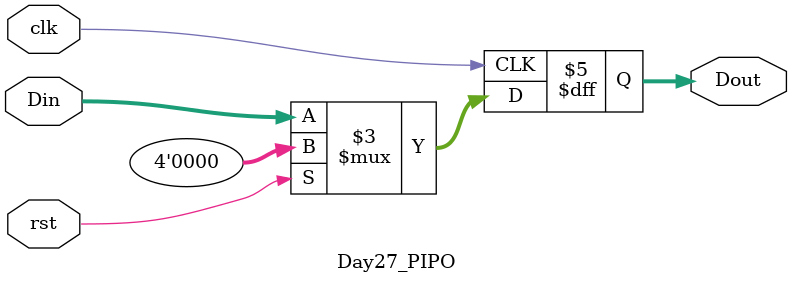
<source format=v>

module Day27_PIPO(input[3:0] Din,
                  input rst,
                  input clk,
                  output reg [3:0] Dout);
  
  always @ (posedge clk)
    begin
      if (rst)
        Dout <= 4'b0000;
      else
        Dout <= Din;
    end
endmodule
  
        
</source>
